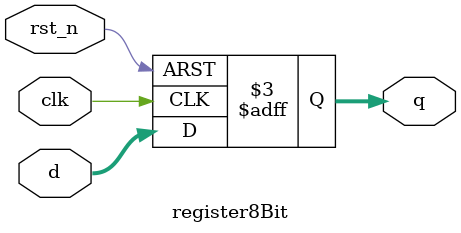
<source format=v>
`timescale 1ns / 1ps


module register8Bit(
    input wire rst_n,
    input wire clk,
    input wire [7:0] d,
    
    output reg [7:0] q
    );
    
    always@(posedge clk or negedge rst_n) begin // DFF with asynchronous reset (negative) 
        if(!rst_n) begin 
            //q <= 8'h00 ;
            q <= 8'b0000_0000 ;
            //q <= WIDTH'b{WIDTH{0}} ;

        end else begin 
            q <= d ;
        end 
    end 

endmodule

</source>
